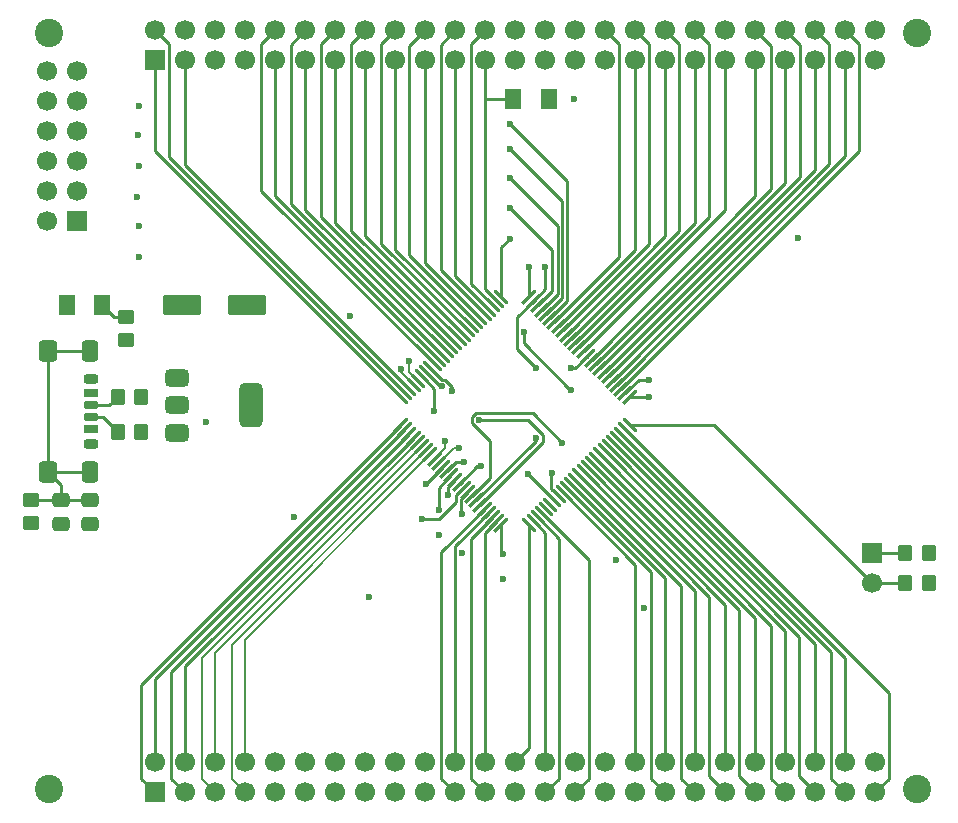
<source format=gbr>
%TF.GenerationSoftware,KiCad,Pcbnew,9.0.1*%
%TF.CreationDate,2025-04-22T02:33:50+03:00*%
%TF.ProjectId,k1921vg015_devboard,6b313932-3176-4673-9031-355f64657662,rev?*%
%TF.SameCoordinates,Original*%
%TF.FileFunction,Copper,L1,Top*%
%TF.FilePolarity,Positive*%
%FSLAX46Y46*%
G04 Gerber Fmt 4.6, Leading zero omitted, Abs format (unit mm)*
G04 Created by KiCad (PCBNEW 9.0.1) date 2025-04-22 02:33:50*
%MOMM*%
%LPD*%
G01*
G04 APERTURE LIST*
G04 Aperture macros list*
%AMRoundRect*
0 Rectangle with rounded corners*
0 $1 Rounding radius*
0 $2 $3 $4 $5 $6 $7 $8 $9 X,Y pos of 4 corners*
0 Add a 4 corners polygon primitive as box body*
4,1,4,$2,$3,$4,$5,$6,$7,$8,$9,$2,$3,0*
0 Add four circle primitives for the rounded corners*
1,1,$1+$1,$2,$3*
1,1,$1+$1,$4,$5*
1,1,$1+$1,$6,$7*
1,1,$1+$1,$8,$9*
0 Add four rect primitives between the rounded corners*
20,1,$1+$1,$2,$3,$4,$5,0*
20,1,$1+$1,$4,$5,$6,$7,0*
20,1,$1+$1,$6,$7,$8,$9,0*
20,1,$1+$1,$8,$9,$2,$3,0*%
G04 Aperture macros list end*
%TA.AperFunction,SMDPad,CuDef*%
%ADD10RoundRect,0.075000X-0.459619X-0.565685X0.565685X0.459619X0.459619X0.565685X-0.565685X-0.459619X0*%
%TD*%
%TA.AperFunction,SMDPad,CuDef*%
%ADD11RoundRect,0.075000X0.459619X-0.565685X0.565685X-0.459619X-0.459619X0.565685X-0.565685X0.459619X0*%
%TD*%
%TA.AperFunction,ComponentPad*%
%ADD12R,1.700000X1.700000*%
%TD*%
%TA.AperFunction,ComponentPad*%
%ADD13C,1.700000*%
%TD*%
%TA.AperFunction,SMDPad,CuDef*%
%ADD14RoundRect,0.250000X-0.475000X0.337500X-0.475000X-0.337500X0.475000X-0.337500X0.475000X0.337500X0*%
%TD*%
%TA.AperFunction,SMDPad,CuDef*%
%ADD15RoundRect,0.250000X0.450000X-0.350000X0.450000X0.350000X-0.450000X0.350000X-0.450000X-0.350000X0*%
%TD*%
%TA.AperFunction,SMDPad,CuDef*%
%ADD16RoundRect,0.250001X-0.462499X-0.624999X0.462499X-0.624999X0.462499X0.624999X-0.462499X0.624999X0*%
%TD*%
%TA.AperFunction,SMDPad,CuDef*%
%ADD17RoundRect,0.250000X0.350000X0.450000X-0.350000X0.450000X-0.350000X-0.450000X0.350000X-0.450000X0*%
%TD*%
%TA.AperFunction,SMDPad,CuDef*%
%ADD18RoundRect,0.250000X-0.350000X-0.450000X0.350000X-0.450000X0.350000X0.450000X-0.350000X0.450000X0*%
%TD*%
%TA.AperFunction,SMDPad,CuDef*%
%ADD19RoundRect,0.175000X-0.425000X0.175000X-0.425000X-0.175000X0.425000X-0.175000X0.425000X0.175000X0*%
%TD*%
%TA.AperFunction,SMDPad,CuDef*%
%ADD20RoundRect,0.190000X0.410000X-0.190000X0.410000X0.190000X-0.410000X0.190000X-0.410000X-0.190000X0*%
%TD*%
%TA.AperFunction,SMDPad,CuDef*%
%ADD21RoundRect,0.200000X0.400000X-0.200000X0.400000X0.200000X-0.400000X0.200000X-0.400000X-0.200000X0*%
%TD*%
%TA.AperFunction,SMDPad,CuDef*%
%ADD22RoundRect,0.175000X0.425000X-0.175000X0.425000X0.175000X-0.425000X0.175000X-0.425000X-0.175000X0*%
%TD*%
%TA.AperFunction,SMDPad,CuDef*%
%ADD23RoundRect,0.190000X-0.410000X0.190000X-0.410000X-0.190000X0.410000X-0.190000X0.410000X0.190000X0*%
%TD*%
%TA.AperFunction,SMDPad,CuDef*%
%ADD24RoundRect,0.200000X-0.400000X0.200000X-0.400000X-0.200000X0.400000X-0.200000X0.400000X0.200000X0*%
%TD*%
%TA.AperFunction,SMDPad,CuDef*%
%ADD25RoundRect,0.250000X-0.425000X0.650000X-0.425000X-0.650000X0.425000X-0.650000X0.425000X0.650000X0*%
%TD*%
%TA.AperFunction,SMDPad,CuDef*%
%ADD26RoundRect,0.250000X-0.500000X0.650000X-0.500000X-0.650000X0.500000X-0.650000X0.500000X0.650000X0*%
%TD*%
%TA.AperFunction,SMDPad,CuDef*%
%ADD27RoundRect,0.250000X1.400000X0.600000X-1.400000X0.600000X-1.400000X-0.600000X1.400000X-0.600000X0*%
%TD*%
%TA.AperFunction,SMDPad,CuDef*%
%ADD28RoundRect,0.375000X-0.625000X-0.375000X0.625000X-0.375000X0.625000X0.375000X-0.625000X0.375000X0*%
%TD*%
%TA.AperFunction,SMDPad,CuDef*%
%ADD29RoundRect,0.500000X-0.500000X-1.400000X0.500000X-1.400000X0.500000X1.400000X-0.500000X1.400000X0*%
%TD*%
%TA.AperFunction,ViaPad*%
%ADD30C,0.600000*%
%TD*%
%TA.AperFunction,ViaPad*%
%ADD31C,2.400000*%
%TD*%
%TA.AperFunction,Conductor*%
%ADD32C,0.250000*%
%TD*%
%TA.AperFunction,Conductor*%
%ADD33C,0.200000*%
%TD*%
G04 APERTURE END LIST*
D10*
%TO.P,D2,1,AT_IN0*%
%TO.N,/AT_IN0*%
X32830315Y-1184404D03*
%TO.P,D2,2,AT_IN1*%
%TO.N,/AT_IN1*%
X33183868Y-1537957D03*
%TO.P,D2,3,AT_IN2*%
%TO.N,/AT_IN2*%
X33537422Y-1891511D03*
%TO.P,D2,4,AT_OUT*%
%TO.N,/AT_OUT*%
X33890975Y-2245064D03*
%TO.P,D2,5,CMP_INN0*%
%TO.N,/CMP_INN0*%
X34244528Y-2598617D03*
%TO.P,D2,6,CMP_INP0*%
%TO.N,/CMP_INP0*%
X34598082Y-2952171D03*
%TO.P,D2,7,CMP_INN1*%
%TO.N,/CMP_INN1*%
X34951635Y-3305724D03*
%TO.P,D2,8,CMP_INP1*%
%TO.N,/CMP_INP1*%
X35305189Y-3659278D03*
%TO.P,D2,9,XI_OSC*%
%TO.N,/OSC_P*%
X35658742Y-4012831D03*
%TO.P,D2,10,XO_OSC*%
%TO.N,/OSC_N*%
X36012295Y-4366384D03*
%TO.P,D2,11,GND1*%
%TO.N,GND*%
X36365849Y-4719938D03*
%TO.P,D2,12,VCC1*%
%TO.N,+3V3*%
X36719402Y-5073491D03*
%TO.P,D2,13,VAON_CAP*%
%TO.N,Net-(D2-VAON_CAP)*%
X37072955Y-5427045D03*
%TO.P,D2,14,V_BAT*%
%TO.N,Net-(D2-V_BAT)*%
X37426509Y-5780598D03*
%TO.P,D2,15,VBAT_CAP*%
%TO.N,Net-(D2-VBAT_CAP)*%
X37780062Y-6134151D03*
%TO.P,D2,16,VCC1*%
%TO.N,+3V3*%
X38133616Y-6487705D03*
%TO.P,D2,17,VCORE_CAP*%
%TO.N,Net-(D2-VCORE_CAP)*%
X38487169Y-6841258D03*
%TO.P,D2,18,AREF*%
%TO.N,AREF*%
X38840722Y-7194811D03*
%TO.P,D2,19,VCC2*%
%TO.N,+3V3(A)*%
X39194276Y-7548365D03*
%TO.P,D2,20,GND2*%
%TO.N,GND(A)*%
X39547829Y-7901918D03*
%TO.P,D2,21,ADC_CH0*%
%TO.N,/ADC_CH0*%
X39901383Y-8255472D03*
%TO.P,D2,22,ADC_CH1*%
%TO.N,/ADC_CH1*%
X40254936Y-8609025D03*
%TO.P,D2,23,ADC_CH2*%
%TO.N,/ADC_CH2*%
X40608489Y-8962578D03*
%TO.P,D2,24,ADC_CH3*%
%TO.N,/ADC_CH3*%
X40962043Y-9316132D03*
%TO.P,D2,25,SDADC_CAP*%
%TO.N,Net-(D2-SDADC_CAP)*%
X41315596Y-9669685D03*
D11*
%TO.P,D2,26,ADC_CH4*%
%TO.N,/ADC_CH4*%
X43684404Y-9669685D03*
%TO.P,D2,27,ADC_CH5*%
%TO.N,/ADC_CH5*%
X44037957Y-9316132D03*
%TO.P,D2,28,ADC_CH6*%
%TO.N,/ADC_CH6*%
X44391511Y-8962578D03*
%TO.P,D2,29,ADC_CH7*%
%TO.N,/ADC_CH7*%
X44745064Y-8609025D03*
%TO.P,D2,30,USB_DP*%
%TO.N,/USB_D+*%
X45098617Y-8255472D03*
%TO.P,D2,31,USB_DN*%
%TO.N,/USB_D-*%
X45452171Y-7901918D03*
%TO.P,D2,32,GND1*%
%TO.N,GND*%
X45805724Y-7548365D03*
%TO.P,D2,33,VCC1*%
%TO.N,+3V3*%
X46159278Y-7194811D03*
%TO.P,D2,34,C0*%
%TO.N,/PC0*%
X46512831Y-6841258D03*
%TO.P,D2,35,C1*%
%TO.N,/PC1*%
X46866384Y-6487705D03*
%TO.P,D2,36,C2*%
%TO.N,/PC2*%
X47219938Y-6134151D03*
%TO.P,D2,37,C3*%
%TO.N,/PC3*%
X47573491Y-5780598D03*
%TO.P,D2,38,C4*%
%TO.N,/PC4*%
X47927045Y-5427045D03*
%TO.P,D2,39,C5*%
%TO.N,/PC5*%
X48280598Y-5073491D03*
%TO.P,D2,40,C6*%
%TO.N,/PC6*%
X48634151Y-4719938D03*
%TO.P,D2,41,C7*%
%TO.N,/PC7*%
X48987705Y-4366384D03*
%TO.P,D2,42,C8*%
%TO.N,/PC8*%
X49341258Y-4012831D03*
%TO.P,D2,43,C9*%
%TO.N,/PC9*%
X49694811Y-3659278D03*
%TO.P,D2,44,C10*%
%TO.N,/PC10*%
X50048365Y-3305724D03*
%TO.P,D2,45,C11*%
%TO.N,/PC11*%
X50401918Y-2952171D03*
%TO.P,D2,46,C12*%
%TO.N,/PC12*%
X50755472Y-2598617D03*
%TO.P,D2,47,C13*%
%TO.N,/PC13*%
X51109025Y-2245064D03*
%TO.P,D2,48,C14*%
%TO.N,/PC14*%
X51462578Y-1891511D03*
%TO.P,D2,49,C15*%
%TO.N,/PC15*%
X51816132Y-1537957D03*
%TO.P,D2,50,SERVEN*%
%TO.N,/SERVEN*%
X52169685Y-1184404D03*
D10*
%TO.P,D2,51,VCC1*%
%TO.N,+3V3*%
X52169685Y1184404D03*
%TO.P,D2,52,GND1*%
%TO.N,GND*%
X51816132Y1537957D03*
%TO.P,D2,53,B0*%
%TO.N,/PB0*%
X51462578Y1891511D03*
%TO.P,D2,54,B1*%
%TO.N,/PB1*%
X51109025Y2245064D03*
%TO.P,D2,55,B2*%
%TO.N,/PB2*%
X50755472Y2598617D03*
%TO.P,D2,56,B3*%
%TO.N,/PB3*%
X50401918Y2952171D03*
%TO.P,D2,57,B4*%
%TO.N,/PB4*%
X50048365Y3305724D03*
%TO.P,D2,58,B5*%
%TO.N,/PB5*%
X49694811Y3659278D03*
%TO.P,D2,59,B6*%
%TO.N,/PB6*%
X49341258Y4012831D03*
%TO.P,D2,60,B7*%
%TO.N,/PB7*%
X48987705Y4366384D03*
%TO.P,D2,61,VCC1*%
%TO.N,+3V3*%
X48634151Y4719938D03*
%TO.P,D2,62,B8*%
%TO.N,/PB8*%
X48280598Y5073491D03*
%TO.P,D2,63,B9*%
%TO.N,/PB9*%
X47927045Y5427045D03*
%TO.P,D2,64,B10*%
%TO.N,/PB10*%
X47573491Y5780598D03*
%TO.P,D2,65,B11*%
%TO.N,/PB11*%
X47219938Y6134151D03*
%TO.P,D2,66,B12*%
%TO.N,/PB12*%
X46866384Y6487705D03*
%TO.P,D2,67,B13*%
%TO.N,/PB13*%
X46512831Y6841258D03*
%TO.P,D2,68,B14*%
%TO.N,/PB14*%
X46159278Y7194811D03*
%TO.P,D2,69,B15*%
%TO.N,/PB15*%
X45805724Y7548365D03*
%TO.P,D2,70,TMS*%
%TO.N,/TMS*%
X45452171Y7901918D03*
%TO.P,D2,71,TDO*%
%TO.N,/TDO*%
X45098617Y8255472D03*
%TO.P,D2,72,TDI*%
%TO.N,/TDI*%
X44745064Y8609025D03*
%TO.P,D2,73,TCK*%
%TO.N,/TCK*%
X44391511Y8962578D03*
%TO.P,D2,74,GND1*%
%TO.N,GND*%
X44037957Y9316132D03*
%TO.P,D2,75,VCC1*%
%TO.N,+3V3*%
X43684404Y9669685D03*
D11*
%TO.P,D2,76,TRST*%
%TO.N,/TRST*%
X41315596Y9669685D03*
%TO.P,D2,77,A0*%
%TO.N,/PA0*%
X40962043Y9316132D03*
%TO.P,D2,78,A1*%
%TO.N,/PA1*%
X40608489Y8962578D03*
%TO.P,D2,79,A2*%
%TO.N,/PA2*%
X40254936Y8609025D03*
%TO.P,D2,80,A3*%
%TO.N,/PA3*%
X39901383Y8255472D03*
%TO.P,D2,81,A4*%
%TO.N,/PA4*%
X39547829Y7901918D03*
%TO.P,D2,82,A5*%
%TO.N,/PA5*%
X39194276Y7548365D03*
%TO.P,D2,83,A6*%
%TO.N,/PA6*%
X38840722Y7194811D03*
%TO.P,D2,84,A7*%
%TO.N,/PA7*%
X38487169Y6841258D03*
%TO.P,D2,85,A8*%
%TO.N,/PA8*%
X38133616Y6487705D03*
%TO.P,D2,86,A9*%
%TO.N,/PA9*%
X37780062Y6134151D03*
%TO.P,D2,87,A10*%
%TO.N,/PA10*%
X37426509Y5780598D03*
%TO.P,D2,88,A11*%
%TO.N,/PA11*%
X37072955Y5427045D03*
%TO.P,D2,89,A12*%
%TO.N,/PA12*%
X36719402Y5073491D03*
%TO.P,D2,90,A13*%
%TO.N,/PA13*%
X36365849Y4719938D03*
%TO.P,D2,91,A14*%
%TO.N,/PA14*%
X36012295Y4366384D03*
%TO.P,D2,92,A15*%
%TO.N,/PA15*%
X35658742Y4012831D03*
%TO.P,D2,93,VCC1*%
%TO.N,+3V3*%
X35305189Y3659278D03*
%TO.P,D2,94,GND1*%
%TO.N,GND*%
X34951635Y3305724D03*
%TO.P,D2,95,RST*%
%TO.N,/RST*%
X34598082Y2952171D03*
%TO.P,D2,96,XO_RTC*%
%TO.N,/RTC_N*%
X34244528Y2598617D03*
%TO.P,D2,97,XI_RTC*%
%TO.N,/RTC_P*%
X33890975Y2245064D03*
%TO.P,D2,98,WAKEUP2*%
%TO.N,/WAKEUP2*%
X33537422Y1891511D03*
%TO.P,D2,99,WAKEUP1*%
%TO.N,/WAKEUP1*%
X33183868Y1537957D03*
%TO.P,D2,100,WAKEUP0*%
%TO.N,/WAKEUP0*%
X32830315Y1184404D03*
%TD*%
D12*
%TO.P,JTAG,1,Pin_1*%
%TO.N,/RST*%
X5420000Y16080000D03*
D13*
%TO.P,JTAG,2,Pin_2*%
%TO.N,+3V3*%
X2880000Y16080000D03*
%TO.P,JTAG,3,Pin_3*%
%TO.N,/TRST*%
X5420000Y18620000D03*
%TO.P,JTAG,4,Pin_4*%
%TO.N,GND*%
X2880000Y18620000D03*
%TO.P,JTAG,5,Pin_5*%
%TO.N,/TCK*%
X5420000Y21160000D03*
%TO.P,JTAG,6,Pin_6*%
%TO.N,GND*%
X2880000Y21160000D03*
%TO.P,JTAG,7,Pin_7*%
%TO.N,/TDI*%
X5420000Y23700000D03*
%TO.P,JTAG,8,Pin_8*%
%TO.N,GND*%
X2880000Y23700000D03*
%TO.P,JTAG,9,Pin_9*%
%TO.N,/TDO*%
X5420000Y26240000D03*
%TO.P,JTAG,10,Pin_10*%
%TO.N,GND*%
X2880000Y26240000D03*
%TO.P,JTAG,11,Pin_11*%
%TO.N,/TMS*%
X5420000Y28780000D03*
%TO.P,JTAG,12,Pin_12*%
%TO.N,GND*%
X2880000Y28780000D03*
%TD*%
D14*
%TO.P,C7,1*%
%TO.N,Net-(J7-SHIELD)*%
X4000000Y-7500000D03*
%TO.P,C7,2*%
%TO.N,GND*%
X4000000Y-9575000D03*
%TD*%
D15*
%TO.P,R16,1*%
%TO.N,5V*%
X9500000Y6000000D03*
%TO.P,R16,2*%
%TO.N,Net-(D4-A)*%
X9500000Y8000000D03*
%TD*%
D16*
%TO.P,D4,1,K*%
%TO.N,GND*%
X4512500Y9000000D03*
%TO.P,D4,2,A*%
%TO.N,Net-(D4-A)*%
X7487500Y9000000D03*
%TD*%
D17*
%TO.P,R9,1*%
%TO.N,GND*%
X10825000Y-1750000D03*
%TO.P,R9,2*%
%TO.N,Net-(J7-CC2)*%
X8825000Y-1750000D03*
%TD*%
%TO.P,R15,1*%
%TO.N,GND*%
X77500000Y-14565000D03*
%TO.P,R15,2*%
%TO.N,/SERVEN*%
X75500000Y-14565000D03*
%TD*%
%TO.P,R8,1*%
%TO.N,GND*%
X10825000Y1225000D03*
%TO.P,R8,2*%
%TO.N,Net-(J7-CC1)*%
X8825000Y1225000D03*
%TD*%
D18*
%TO.P,R1,1*%
%TO.N,Net-(J4-Pin_1)*%
X75500000Y-12025000D03*
%TO.P,R1,2*%
%TO.N,+3V3*%
X77500000Y-12025000D03*
%TD*%
D12*
%TO.P,J2,1,Pin_1*%
%TO.N,/WAKEUP0*%
X12020000Y29725000D03*
D13*
%TO.P,J2,2,Pin_2*%
%TO.N,/WAKEUP1*%
X12020000Y32265000D03*
%TO.P,J2,3,Pin_3*%
%TO.N,/WAKEUP2*%
X14560000Y29725000D03*
%TO.P,J2,4,Pin_4*%
%TO.N,unconnected-(J2-Pin_4-Pad4)*%
X14560000Y32265000D03*
%TO.P,J2,5,Pin_5*%
%TO.N,5V*%
X17100000Y29725000D03*
%TO.P,J2,6,Pin_6*%
%TO.N,GND*%
X17100000Y32265000D03*
%TO.P,J2,7,Pin_7*%
%TO.N,+3V3*%
X19640000Y29725000D03*
%TO.P,J2,8,Pin_8*%
%TO.N,GND*%
X19640000Y32265000D03*
%TO.P,J2,9,Pin_9*%
%TO.N,/PA14*%
X22180000Y29725000D03*
%TO.P,J2,10,Pin_10*%
%TO.N,/PA15*%
X22180000Y32265000D03*
%TO.P,J2,11,Pin_11*%
%TO.N,/PA12*%
X24720000Y29725000D03*
%TO.P,J2,12,Pin_12*%
%TO.N,/PA13*%
X24720000Y32265000D03*
%TO.P,J2,13,Pin_13*%
%TO.N,/PA10*%
X27260000Y29725000D03*
%TO.P,J2,14,Pin_14*%
%TO.N,/PA11*%
X27260000Y32265000D03*
%TO.P,J2,15,Pin_15*%
%TO.N,/PA8*%
X29800000Y29725000D03*
%TO.P,J2,16,Pin_16*%
%TO.N,/PA9*%
X29800000Y32265000D03*
%TO.P,J2,17,Pin_17*%
%TO.N,/PA6*%
X32340000Y29725000D03*
%TO.P,J2,18,Pin_18*%
%TO.N,/PA7*%
X32340000Y32265000D03*
%TO.P,J2,19,Pin_19*%
%TO.N,/PA4*%
X34880000Y29725000D03*
%TO.P,J2,20,Pin_20*%
%TO.N,/PA5*%
X34880000Y32265000D03*
%TO.P,J2,21,Pin_21*%
%TO.N,/PA2*%
X37420000Y29725000D03*
%TO.P,J2,22,Pin_22*%
%TO.N,/PA3*%
X37420000Y32265000D03*
%TO.P,J2,23,Pin_23*%
%TO.N,/PA0*%
X39960000Y29725000D03*
%TO.P,J2,24,Pin_24*%
%TO.N,/PA1*%
X39960000Y32265000D03*
%TO.P,J2,25,Pin_25*%
%TO.N,unconnected-(J2-Pin_25-Pad25)*%
X42500000Y29725000D03*
%TO.P,J2,26,Pin_26*%
%TO.N,unconnected-(J2-Pin_26-Pad26)*%
X42500000Y32265000D03*
%TO.P,J2,27,Pin_27*%
%TO.N,unconnected-(J2-Pin_27-Pad27)*%
X45040000Y29725000D03*
%TO.P,J2,28,Pin_28*%
%TO.N,unconnected-(J2-Pin_28-Pad28)*%
X45040000Y32265000D03*
%TO.P,J2,29,Pin_29*%
%TO.N,unconnected-(J2-Pin_29-Pad29)*%
X47580000Y29725000D03*
%TO.P,J2,30,Pin_30*%
%TO.N,unconnected-(J2-Pin_30-Pad30)*%
X47580000Y32265000D03*
%TO.P,J2,31,Pin_31*%
%TO.N,unconnected-(J2-Pin_31-Pad31)*%
X50120000Y29725000D03*
%TO.P,J2,32,Pin_32*%
%TO.N,/PB15*%
X50120000Y32265000D03*
%TO.P,J2,33,Pin_33*%
%TO.N,/PB14*%
X52660000Y29725000D03*
%TO.P,J2,34,Pin_34*%
%TO.N,/PB13*%
X52660000Y32265000D03*
%TO.P,J2,35,Pin_35*%
%TO.N,/PB12*%
X55200000Y29725000D03*
%TO.P,J2,36,Pin_36*%
%TO.N,/PB11*%
X55200000Y32265000D03*
%TO.P,J2,37,Pin_37*%
%TO.N,/PB10*%
X57740000Y29725000D03*
%TO.P,J2,38,Pin_38*%
%TO.N,/PB9*%
X57740000Y32265000D03*
%TO.P,J2,39,Pin_39*%
%TO.N,/PB8*%
X60280000Y29725000D03*
%TO.P,J2,40,Pin_40*%
%TO.N,unconnected-(J2-Pin_40-Pad40)*%
X60280000Y32265000D03*
%TO.P,J2,41,Pin_41*%
%TO.N,/PB7*%
X62820000Y29725000D03*
%TO.P,J2,42,Pin_42*%
%TO.N,/PB6*%
X62820000Y32265000D03*
%TO.P,J2,43,Pin_43*%
%TO.N,/PB5*%
X65360000Y29725000D03*
%TO.P,J2,44,Pin_44*%
%TO.N,/PB4*%
X65360000Y32265000D03*
%TO.P,J2,45,Pin_45*%
%TO.N,/PB3*%
X67900000Y29725000D03*
%TO.P,J2,46,Pin_46*%
%TO.N,/PB2*%
X67900000Y32265000D03*
%TO.P,J2,47,Pin_47*%
%TO.N,/PB1*%
X70440000Y29725000D03*
%TO.P,J2,48,Pin_48*%
%TO.N,/PB0*%
X70440000Y32265000D03*
%TO.P,J2,49,Pin_49*%
%TO.N,unconnected-(J2-Pin_49-Pad49)*%
X72980000Y29725000D03*
%TO.P,J2,50,Pin_50*%
%TO.N,unconnected-(J2-Pin_50-Pad50)*%
X72980000Y32265000D03*
%TD*%
D12*
%TO.P,SERVEN,1,Pin_1*%
%TO.N,Net-(J4-Pin_1)*%
X72700000Y-12025000D03*
D13*
%TO.P,SERVEN,2,Pin_2*%
%TO.N,/SERVEN*%
X72700000Y-14565000D03*
%TD*%
D14*
%TO.P,C8,1*%
%TO.N,Net-(J7-SHIELD)*%
X6500000Y-7500000D03*
%TO.P,C8,2*%
%TO.N,GND*%
X6500000Y-9575000D03*
%TD*%
D19*
%TO.P,J7,A5,CC1*%
%TO.N,Net-(J7-CC1)*%
X6532500Y500000D03*
D20*
%TO.P,J7,A9,VBUS*%
%TO.N,5V*%
X6532500Y-1520000D03*
D21*
%TO.P,J7,A12,GND*%
%TO.N,GND*%
X6532500Y-2750000D03*
D22*
%TO.P,J7,B5,CC2*%
%TO.N,Net-(J7-CC2)*%
X6532500Y-500000D03*
D23*
%TO.P,J7,B9,VBUS*%
%TO.N,5V*%
X6532500Y1520000D03*
D24*
%TO.P,J7,B12,GND*%
%TO.N,GND*%
X6532500Y2750000D03*
D25*
%TO.P,J7,S1,SHIELD*%
%TO.N,Net-(J7-SHIELD)*%
X6477500Y5125000D03*
D26*
X2897500Y5125000D03*
D25*
X6477500Y-5125000D03*
D26*
X2897500Y-5125000D03*
%TD*%
D16*
%TO.P,D5,1,K*%
%TO.N,/PA0*%
X42337500Y26423000D03*
%TO.P,D5,2,A*%
%TO.N,Net-(D5-A)*%
X45312500Y26423000D03*
%TD*%
D27*
%TO.P,D3,1,K*%
%TO.N,+3V3*%
X19750000Y9000000D03*
%TO.P,D3,2,A*%
%TO.N,GND*%
X14250000Y9000000D03*
%TD*%
D28*
%TO.P,U1,1,GND*%
%TO.N,GND*%
X13850000Y2800000D03*
%TO.P,U1,2,VO*%
%TO.N,+3V3*%
X13850000Y500000D03*
D29*
X20150000Y500000D03*
D28*
%TO.P,U1,3,VI*%
%TO.N,5V*%
X13850000Y-1800000D03*
%TD*%
D15*
%TO.P,R10,1*%
%TO.N,GND*%
X1500000Y-9500000D03*
%TO.P,R10,2*%
%TO.N,Net-(J7-SHIELD)*%
X1500000Y-7500000D03*
%TD*%
D12*
%TO.P,J1,1,Pin_1*%
%TO.N,/AT_IN0*%
X12020000Y-32275000D03*
D13*
%TO.P,J1,2,Pin_2*%
%TO.N,/AT_IN1*%
X12020000Y-29735000D03*
%TO.P,J1,3,Pin_3*%
%TO.N,/AT_IN2*%
X14560000Y-32275000D03*
%TO.P,J1,4,Pin_4*%
%TO.N,/AT_OUT*%
X14560000Y-29735000D03*
%TO.P,J1,5,Pin_5*%
%TO.N,/CMP_INN0*%
X17100000Y-32275000D03*
%TO.P,J1,6,Pin_6*%
%TO.N,/CMP_INP0*%
X17100000Y-29735000D03*
%TO.P,J1,7,Pin_7*%
%TO.N,/CMP_INN1*%
X19640000Y-32275000D03*
%TO.P,J1,8,Pin_8*%
%TO.N,/CMP_INP1*%
X19640000Y-29735000D03*
%TO.P,J1,9,Pin_9*%
%TO.N,unconnected-(J1-Pin_9-Pad9)*%
X22180000Y-32275000D03*
%TO.P,J1,10,Pin_10*%
%TO.N,unconnected-(J1-Pin_10-Pad10)*%
X22180000Y-29735000D03*
%TO.P,J1,11,Pin_11*%
%TO.N,unconnected-(J1-Pin_11-Pad11)*%
X24720000Y-32275000D03*
%TO.P,J1,12,Pin_12*%
%TO.N,unconnected-(J1-Pin_12-Pad12)*%
X24720000Y-29735000D03*
%TO.P,J1,13,Pin_13*%
%TO.N,unconnected-(J1-Pin_13-Pad13)*%
X27260000Y-32275000D03*
%TO.P,J1,14,Pin_14*%
%TO.N,unconnected-(J1-Pin_14-Pad14)*%
X27260000Y-29735000D03*
%TO.P,J1,15,Pin_15*%
%TO.N,unconnected-(J1-Pin_15-Pad15)*%
X29800000Y-32275000D03*
%TO.P,J1,16,Pin_16*%
%TO.N,unconnected-(J1-Pin_16-Pad16)*%
X29800000Y-29735000D03*
%TO.P,J1,17,Pin_17*%
%TO.N,unconnected-(J1-Pin_17-Pad17)*%
X32340000Y-32275000D03*
%TO.P,J1,18,Pin_18*%
%TO.N,unconnected-(J1-Pin_18-Pad18)*%
X32340000Y-29735000D03*
%TO.P,J1,19,Pin_19*%
%TO.N,unconnected-(J1-Pin_19-Pad19)*%
X34880000Y-32275000D03*
%TO.P,J1,20,Pin_20*%
%TO.N,unconnected-(J1-Pin_20-Pad20)*%
X34880000Y-29735000D03*
%TO.P,J1,21,Pin_21*%
%TO.N,/ADC_CH0*%
X37420000Y-32275000D03*
%TO.P,J1,22,Pin_22*%
%TO.N,/ADC_CH1*%
X37420000Y-29735000D03*
%TO.P,J1,23,Pin_23*%
%TO.N,/ADC_CH2*%
X39960000Y-32275000D03*
%TO.P,J1,24,Pin_24*%
%TO.N,/ADC_CH3*%
X39960000Y-29735000D03*
%TO.P,J1,25,Pin_25*%
%TO.N,unconnected-(J1-Pin_25-Pad25)*%
X42500000Y-32275000D03*
%TO.P,J1,26,Pin_26*%
%TO.N,/ADC_CH4*%
X42500000Y-29735000D03*
%TO.P,J1,27,Pin_27*%
%TO.N,/ADC_CH6*%
X45040000Y-32275000D03*
%TO.P,J1,28,Pin_28*%
%TO.N,/ADC_CH5*%
X45040000Y-29735000D03*
%TO.P,J1,29,Pin_29*%
%TO.N,/ADC_CH7*%
X47580000Y-32275000D03*
%TO.P,J1,30,Pin_30*%
%TO.N,unconnected-(J1-Pin_30-Pad30)*%
X47580000Y-29735000D03*
%TO.P,J1,31,Pin_31*%
%TO.N,unconnected-(J1-Pin_31-Pad31)*%
X50120000Y-32275000D03*
%TO.P,J1,32,Pin_32*%
%TO.N,unconnected-(J1-Pin_32-Pad32)*%
X50120000Y-29735000D03*
%TO.P,J1,33,Pin_33*%
%TO.N,unconnected-(J1-Pin_33-Pad33)*%
X52660000Y-32275000D03*
%TO.P,J1,34,Pin_34*%
%TO.N,/PC0*%
X52660000Y-29735000D03*
%TO.P,J1,35,Pin_35*%
%TO.N,/PC1*%
X55200000Y-32275000D03*
%TO.P,J1,36,Pin_36*%
%TO.N,/PC2*%
X55200000Y-29735000D03*
%TO.P,J1,37,Pin_37*%
%TO.N,/PC3*%
X57740000Y-32275000D03*
%TO.P,J1,38,Pin_38*%
%TO.N,/PC4*%
X57740000Y-29735000D03*
%TO.P,J1,39,Pin_39*%
%TO.N,/PC5*%
X60280000Y-32275000D03*
%TO.P,J1,40,Pin_40*%
%TO.N,/PC6*%
X60280000Y-29735000D03*
%TO.P,J1,41,Pin_41*%
%TO.N,/PC7*%
X62820000Y-32275000D03*
%TO.P,J1,42,Pin_42*%
%TO.N,/PC8*%
X62820000Y-29735000D03*
%TO.P,J1,43,Pin_43*%
%TO.N,/PC9*%
X65360000Y-32275000D03*
%TO.P,J1,44,Pin_44*%
%TO.N,/PC10*%
X65360000Y-29735000D03*
%TO.P,J1,45,Pin_45*%
%TO.N,/PC11*%
X67900000Y-32275000D03*
%TO.P,J1,46,Pin_46*%
%TO.N,/PC12*%
X67900000Y-29735000D03*
%TO.P,J1,47,Pin_47*%
%TO.N,/PC13*%
X70440000Y-32275000D03*
%TO.P,J1,48,Pin_48*%
%TO.N,/PC14*%
X70440000Y-29735000D03*
%TO.P,J1,49,Pin_49*%
%TO.N,/PC15*%
X72980000Y-32275000D03*
%TO.P,J1,50,Pin_50*%
%TO.N,unconnected-(J1-Pin_50-Pad50)*%
X72980000Y-29735000D03*
%TD*%
D30*
%TO.N,GND*%
X34900000Y-6200000D03*
X14200000Y8925000D03*
D31*
X76500000Y32000000D03*
D30*
X77500000Y-14650000D03*
X10875000Y-1800000D03*
X6550000Y-2775000D03*
X43603679Y-5346321D03*
X28475000Y8025000D03*
X23725000Y-8925000D03*
X6500000Y-9600000D03*
X36275000Y2100000D03*
X4000000Y-9575000D03*
X10675000Y15675000D03*
X10900000Y1150000D03*
X6550000Y2725000D03*
X30116377Y-15733623D03*
X41450000Y-14225000D03*
D31*
X3000000Y-32000000D03*
D30*
X45025000Y12200000D03*
X44250000Y3700000D03*
X36050000Y-10475000D03*
X4500000Y9000000D03*
X10475000Y18175000D03*
X1575000Y-9500000D03*
X51025000Y-12600000D03*
D31*
X3000000Y32000000D03*
D30*
X66400000Y14675000D03*
X16275000Y-900000D03*
D31*
X76500000Y-32000000D03*
D30*
X13850000Y2800000D03*
X53800000Y2650000D03*
X38000000Y-12000000D03*
%TO.N,Net-(D2-VCORE_CAP)*%
X38000000Y-8725000D03*
%TO.N,Net-(D2-VAON_CAP)*%
X36000000Y-8325000D03*
%TO.N,Net-(D2-SDADC_CAP)*%
X41425000Y-12125000D03*
%TO.N,Net-(D2-VBAT_CAP)*%
X39575000Y-4625000D03*
%TO.N,5V*%
X6550000Y-1550000D03*
X6525000Y1525000D03*
X9500000Y6000000D03*
X13850000Y-1875000D03*
%TO.N,+3V3*%
X10600000Y25850000D03*
X53400000Y-16625000D03*
X13850000Y500000D03*
X10550000Y23350000D03*
X19850000Y8950000D03*
X53800000Y1175000D03*
X10625000Y20750000D03*
X43684404Y12190596D03*
X45575000Y-5200000D03*
X20125000Y425000D03*
X10650000Y13075000D03*
X34625000Y-9150000D03*
X47250000Y3675000D03*
X37125000Y1750000D03*
X77575000Y-12000000D03*
X38175000Y-4300000D03*
X47453000Y26423000D03*
%TO.N,GND(A)*%
X43250000Y6675000D03*
X47250000Y1800000D03*
X39425000Y-750000D03*
%TO.N,+3V3(A)*%
X44250000Y-2250000D03*
%TO.N,AREF*%
X46475000Y-2650000D03*
%TO.N,/OSC_N*%
X37760300Y-3089700D03*
%TO.N,/OSC_P*%
X36550000Y-2525000D03*
%TO.N,/RTC_N*%
X33500000Y4250000D03*
%TO.N,/RTC_P*%
X32800000Y3575000D03*
%TO.N,Net-(D2-V_BAT)*%
X36825000Y-7125000D03*
%TO.N,/TMS*%
X42050000Y24300000D03*
%TO.N,/TCK*%
X42050000Y17200000D03*
%TO.N,/TDO*%
X42025000Y22225000D03*
%TO.N,/RST*%
X35650000Y25000D03*
%TO.N,/TDI*%
X42050000Y19750000D03*
%TO.N,/TRST*%
X42050000Y14625000D03*
%TO.N,Net-(D5-A)*%
X45421000Y26423000D03*
%TD*%
D32*
%TO.N,GND*%
X36365849Y-4734151D02*
X34900000Y-6200000D01*
X6532500Y-2750000D02*
X6532500Y-2757500D01*
X44037957Y9316132D02*
X42669000Y7947175D01*
X45050000Y11600000D02*
X45050000Y12175000D01*
X44037957Y9316132D02*
X45050000Y10328175D01*
X10825000Y1225000D02*
X10900000Y1150000D01*
X6532500Y-2757500D02*
X6550000Y-2775000D01*
X45050000Y10328175D02*
X45050000Y11600000D01*
X6532500Y2742500D02*
X6550000Y2725000D01*
X51816132Y1537957D02*
X52928175Y2650000D01*
X34951635Y3305724D02*
X36157359Y2100000D01*
X42669000Y7947175D02*
X42669000Y5281000D01*
X6532500Y2750000D02*
X6532500Y2742500D01*
X14250000Y9000000D02*
X14250000Y8975000D01*
X36157359Y2100000D02*
X36275000Y2100000D01*
X14250000Y8975000D02*
X14200000Y8925000D01*
X52928175Y2650000D02*
X53800000Y2650000D01*
X43603679Y-5346321D02*
X45805724Y-7548365D01*
X77500000Y-14565000D02*
X77500000Y-14650000D01*
X36365849Y-4719938D02*
X36365849Y-4734151D01*
X45050000Y11600000D02*
X45050000Y11675000D01*
X10825000Y-1750000D02*
X10875000Y-1800000D01*
X45050000Y12175000D02*
X45025000Y12200000D01*
X4512500Y9000000D02*
X4500000Y9000000D01*
X42669000Y5281000D02*
X44250000Y3700000D01*
%TO.N,Net-(D2-VCORE_CAP)*%
X37872567Y-8597567D02*
X37872567Y-7455860D01*
X37872567Y-7455860D02*
X38487169Y-6841258D01*
X38000000Y-8725000D02*
X37872567Y-8597567D01*
%TO.N,Net-(D2-VAON_CAP)*%
X36000000Y-6500000D02*
X37072955Y-5427045D01*
X36000000Y-8325000D02*
X36000000Y-6500000D01*
%TO.N,Net-(D2-SDADC_CAP)*%
X41315596Y-12015596D02*
X41315596Y-9669685D01*
X41425000Y-12125000D02*
X41315596Y-12015596D01*
%TO.N,Net-(D2-VBAT_CAP)*%
X39289213Y-4625000D02*
X37780062Y-6134151D01*
X39575000Y-4625000D02*
X39289213Y-4625000D01*
%TO.N,5V*%
X13850000Y-1800000D02*
X13850000Y-1875000D01*
X6532500Y-1532500D02*
X6550000Y-1550000D01*
X6530000Y1520000D02*
X6525000Y1525000D01*
X6532500Y-1520000D02*
X6532500Y-1532500D01*
X6532500Y1520000D02*
X6530000Y1520000D01*
%TO.N,+3V3*%
X52169685Y1184404D02*
X53790596Y1184404D01*
X37494567Y-7652092D02*
X35996659Y-9150000D01*
X19800000Y9000000D02*
X19850000Y8950000D01*
X46159278Y-7194811D02*
X45544676Y-6580209D01*
X48634151Y4719938D02*
X47589213Y3675000D01*
X47589213Y3675000D02*
X47250000Y3675000D01*
X77550000Y-12025000D02*
X77575000Y-12000000D01*
X37125000Y2071659D02*
X37125000Y1750000D01*
X37494567Y-7126754D02*
X37494567Y-7652092D01*
X20150000Y450000D02*
X20125000Y425000D01*
X37492893Y-4300000D02*
X38175000Y-4300000D01*
X19750000Y9000000D02*
X19800000Y9000000D01*
X36515659Y2681000D02*
X37125000Y2071659D01*
X36719402Y-5073491D02*
X37492893Y-4300000D01*
X38133616Y-6487705D02*
X37494567Y-7126754D01*
X35305189Y3659278D02*
X36283467Y2681000D01*
X20150000Y500000D02*
X20150000Y450000D01*
X36283467Y2681000D02*
X36515659Y2681000D01*
X45544676Y-5230324D02*
X45575000Y-5200000D01*
X43675000Y12200000D02*
X43684404Y12190596D01*
X45544676Y-6580209D02*
X45544676Y-5230324D01*
X35996659Y-9150000D02*
X34625000Y-9150000D01*
X43684404Y9669685D02*
X43684404Y12190596D01*
X77500000Y-12025000D02*
X77550000Y-12025000D01*
X53790596Y1184404D02*
X53800000Y1175000D01*
%TO.N,Net-(J7-SHIELD)*%
X4000000Y-7500000D02*
X4000000Y-6227500D01*
X6500000Y-7500000D02*
X4000000Y-7500000D01*
X6477500Y5125000D02*
X2897500Y5125000D01*
X4000000Y-6227500D02*
X2897500Y-5125000D01*
X1500000Y-7500000D02*
X4000000Y-7500000D01*
X2897500Y-5125000D02*
X6477500Y-5125000D01*
X2897500Y5125000D02*
X2897500Y-5125000D01*
%TO.N,GND(A)*%
X44831000Y-2009341D02*
X44831000Y-2618747D01*
X47250000Y1750000D02*
X47250000Y1800000D01*
X39425000Y-750000D02*
X43571659Y-750000D01*
X43250000Y6675000D02*
X43250000Y5750000D01*
X44831000Y-2618747D02*
X39547829Y-7901918D01*
X43250000Y5750000D02*
X47250000Y1750000D01*
X43571659Y-750000D02*
X44831000Y-2009341D01*
%TO.N,+3V3(A)*%
X44250000Y-2250000D02*
X44250000Y-2492641D01*
X44250000Y-2492641D02*
X39194276Y-7548365D01*
%TO.N,AREF*%
X38844000Y-509341D02*
X38844000Y-990659D01*
X38844000Y-990659D02*
X40368205Y-2514864D01*
X40368205Y-5667328D02*
X38840722Y-7194811D01*
X40368205Y-2514864D02*
X40368205Y-5667328D01*
X43994000Y-169000D02*
X39184341Y-169000D01*
X39184341Y-169000D02*
X38844000Y-509341D01*
X46475000Y-2650000D02*
X43994000Y-169000D01*
D33*
%TO.N,/OSC_N*%
X37288979Y-3089700D02*
X36012295Y-4366384D01*
X37760300Y-3089700D02*
X37288979Y-3089700D01*
%TO.N,/OSC_P*%
X36550000Y-2525000D02*
X36550000Y-3121573D01*
X36550000Y-3121573D02*
X35658742Y-4012831D01*
%TO.N,/RTC_N*%
X33500000Y4250000D02*
X33500000Y3343145D01*
X33500000Y3343145D02*
X34244528Y2598617D01*
%TO.N,/RTC_P*%
X32800000Y3336039D02*
X33890975Y2245064D01*
X32800000Y3575000D02*
X32800000Y3336039D01*
D32*
%TO.N,Net-(D2-V_BAT)*%
X36825000Y-7125000D02*
X36811907Y-7111907D01*
X36811907Y-7111907D02*
X36811907Y-6395200D01*
X36811907Y-6395200D02*
X37426509Y-5780598D01*
%TO.N,/AT_IN1*%
X12020000Y-22701825D02*
X12020000Y-29735000D01*
X33183868Y-1537957D02*
X12020000Y-22701825D01*
%TO.N,/PB15*%
X51296000Y31089000D02*
X51296000Y13038641D01*
X50120000Y32265000D02*
X51296000Y31089000D01*
X51296000Y13038641D02*
X45805724Y7548365D01*
%TO.N,/PA0*%
X39960000Y10318175D02*
X39960000Y26423000D01*
X40962043Y9316132D02*
X39960000Y10318175D01*
X42282500Y26423000D02*
X39960000Y26423000D01*
X39960000Y26423000D02*
X39960000Y29725000D01*
%TO.N,/PC11*%
X67900000Y-32275000D02*
X66536000Y-30911000D01*
X66536000Y-19086253D02*
X50401918Y-2952171D01*
X66536000Y-30911000D02*
X66536000Y-19086253D01*
%TO.N,/PC7*%
X61456000Y-30911000D02*
X61456000Y-16834679D01*
X62820000Y-32275000D02*
X61456000Y-30911000D01*
X61456000Y-16834679D02*
X48987705Y-4366384D01*
%TO.N,/PC4*%
X57740000Y-29735000D02*
X57740000Y-15240000D01*
X57740000Y-15240000D02*
X47927045Y-5427045D01*
%TO.N,/TMS*%
X46850000Y9299747D02*
X45452171Y7901918D01*
X42050000Y24300000D02*
X46850000Y19500000D01*
X46850000Y19500000D02*
X46850000Y9299747D01*
%TO.N,/PA6*%
X38840722Y7194811D02*
X32340000Y13695533D01*
X32340000Y13695533D02*
X32340000Y29725000D01*
%TO.N,/PA12*%
X24720000Y17072893D02*
X24720000Y29725000D01*
X36719402Y5073491D02*
X24720000Y17072893D01*
%TO.N,/WAKEUP2*%
X33537422Y1891511D02*
X14560000Y20868933D01*
X14560000Y20868933D02*
X14560000Y29725000D01*
%TO.N,/ADC_CH1*%
X37420000Y-29735000D02*
X37420000Y-11443961D01*
X37420000Y-11443961D02*
X40254936Y-8609025D01*
%TO.N,/PB9*%
X58916000Y16416000D02*
X58916000Y31089000D01*
X47927045Y5427045D02*
X58916000Y16416000D01*
X58916000Y31089000D02*
X57740000Y32265000D01*
%TO.N,/PB4*%
X66600000Y19857359D02*
X66600000Y31025000D01*
X66600000Y31025000D02*
X65360000Y32265000D01*
X50048365Y3305724D02*
X66600000Y19857359D01*
%TO.N,/PA4*%
X34880000Y12569747D02*
X34880000Y29725000D01*
X39547829Y7901918D02*
X34880000Y12569747D01*
%TO.N,/TCK*%
X45625000Y10196067D02*
X45625000Y13625000D01*
X44391511Y8962578D02*
X45625000Y10196067D01*
X45625000Y13625000D02*
X42050000Y17200000D01*
%TO.N,/WAKEUP1*%
X13196000Y31089000D02*
X13196000Y21525825D01*
X13196000Y21525825D02*
X33183868Y1537957D01*
X12020000Y32265000D02*
X13196000Y31089000D01*
%TO.N,/AT_IN0*%
X10844000Y-31099000D02*
X12020000Y-32275000D01*
X32830315Y-1184404D02*
X10844000Y-23170719D01*
X10844000Y-23170719D02*
X10844000Y-31099000D01*
D33*
%TO.N,/CMP_INN0*%
X17100000Y-32275000D02*
X15949000Y-31124000D01*
X15949000Y-31124000D02*
X15949000Y-20894145D01*
X15949000Y-20894145D02*
X34244528Y-2598617D01*
D32*
%TO.N,/PA3*%
X37420000Y32265000D02*
X36200000Y31045000D01*
X36200000Y31045000D02*
X36200000Y11956855D01*
X36200000Y11956855D02*
X39901383Y8255472D01*
%TO.N,/PB12*%
X55200000Y14821321D02*
X46866384Y6487705D01*
X55200000Y29725000D02*
X55200000Y14821321D01*
%TO.N,/PC10*%
X50048365Y-3305724D02*
X65360000Y-18617359D01*
X65360000Y-18617359D02*
X65360000Y-29735000D01*
%TO.N,/TDO*%
X45098617Y8255472D02*
X46472000Y9628855D01*
X46472000Y9628855D02*
X46472000Y17778000D01*
X46472000Y17778000D02*
X42025000Y22225000D01*
%TO.N,/PB3*%
X67900000Y29725000D02*
X67900000Y20416311D01*
X67900000Y20416311D02*
X50435860Y2952171D01*
X50435860Y2952171D02*
X50401918Y2952171D01*
%TO.N,/PB5*%
X65360000Y19324467D02*
X49694811Y3659278D01*
X65360000Y29725000D02*
X65360000Y19324467D01*
%TO.N,/ADC_CH0*%
X36244000Y-11912855D02*
X36244000Y-31099000D01*
X36244000Y-31099000D02*
X37420000Y-32275000D01*
X39901383Y-8255472D02*
X36244000Y-11912855D01*
%TO.N,/PA2*%
X40254936Y8609025D02*
X37420000Y11443961D01*
X37420000Y11443961D02*
X37420000Y29725000D01*
%TO.N,/PC12*%
X67900000Y-19743145D02*
X67900000Y-29735000D01*
X50755472Y-2598617D02*
X67900000Y-19743145D01*
%TO.N,/PA13*%
X24720000Y32265000D02*
X23500000Y31045000D01*
X23500000Y17585787D02*
X36365849Y4719938D01*
X23500000Y31045000D02*
X23500000Y17585787D01*
%TO.N,/AT_OUT*%
X14560000Y-29735000D02*
X14560000Y-21576039D01*
X14560000Y-21576039D02*
X33890975Y-2245064D01*
%TO.N,/RST*%
X35650000Y1900253D02*
X34598082Y2952171D01*
X35650000Y25000D02*
X35650000Y1900253D01*
%TO.N,/PB7*%
X62820000Y29725000D02*
X62820000Y18198679D01*
X62820000Y18198679D02*
X48987705Y4366384D01*
%TO.N,/PB8*%
X60280000Y29725000D02*
X60280000Y17072893D01*
X60280000Y17072893D02*
X48280598Y5073491D01*
%TO.N,/PA10*%
X37426509Y5780598D02*
X27260000Y15947107D01*
X27260000Y15947107D02*
X27260000Y29725000D01*
%TO.N,/PB13*%
X52660000Y32265000D02*
X53836000Y31089000D01*
X53836000Y14164427D02*
X46512831Y6841258D01*
X53836000Y31089000D02*
X53836000Y14164427D01*
%TO.N,/PC14*%
X70440000Y-20868933D02*
X51462578Y-1891511D01*
X70440000Y-29735000D02*
X70440000Y-20868933D01*
%TO.N,/PA5*%
X33516000Y30901000D02*
X33516000Y13226641D01*
X33516000Y13226641D02*
X39194276Y7548365D01*
X34880000Y32265000D02*
X33516000Y30901000D01*
%TO.N,/PC5*%
X58916000Y-30911000D02*
X58916000Y-15708893D01*
X60280000Y-32275000D02*
X58916000Y-30911000D01*
X58916000Y-15708893D02*
X48280598Y-5073491D01*
%TO.N,/PA15*%
X22180000Y32265000D02*
X21004000Y31089000D01*
X21004000Y31089000D02*
X21004000Y18667573D01*
X21004000Y18667573D02*
X35658742Y4012831D01*
%TO.N,/PA14*%
X22180000Y18198679D02*
X22180000Y29725000D01*
X36012295Y4366384D02*
X22180000Y18198679D01*
%TO.N,/ADC_CH2*%
X39960000Y-32275000D02*
X38784000Y-31099000D01*
X38784000Y-31099000D02*
X38784000Y-10787067D01*
X38784000Y-10787067D02*
X40608489Y-8962578D01*
%TO.N,/ADC_CH3*%
X39960000Y-29735000D02*
X39960000Y-10318175D01*
X39960000Y-10318175D02*
X40962043Y-9316132D01*
%TO.N,/TDI*%
X42050000Y19750000D02*
X46094000Y15706000D01*
X46094000Y15706000D02*
X46094000Y9957961D01*
X46094000Y9957961D02*
X44745064Y8609025D01*
%TO.N,/PC0*%
X52660000Y-26500000D02*
X52660000Y-12988427D01*
X52660000Y-12988427D02*
X46512831Y-6841258D01*
X52647500Y-26487500D02*
X52660000Y-26500000D01*
X52660000Y-29735000D02*
X52660000Y-26500000D01*
%TO.N,/PB10*%
X57740000Y15947107D02*
X47573491Y5780598D01*
X57740000Y29725000D02*
X57740000Y15947107D01*
%TO.N,/ADC_CH4*%
X43684404Y-28550596D02*
X43684404Y-9669685D01*
X42500000Y-29735000D02*
X43684404Y-28550596D01*
%TO.N,/PB0*%
X71616000Y22044933D02*
X71616000Y31089000D01*
X51462578Y1891511D02*
X71616000Y22044933D01*
X71616000Y31089000D02*
X70440000Y32265000D01*
%TO.N,/PC9*%
X65360000Y-32275000D02*
X64184000Y-31099000D01*
X64184000Y-31099000D02*
X64184000Y-18148467D01*
X64184000Y-18148467D02*
X49694811Y-3659278D01*
%TO.N,/PB6*%
X49341258Y4012831D02*
X64184000Y18855573D01*
X64184000Y30901000D02*
X62820000Y32265000D01*
X64184000Y18855573D02*
X64184000Y30901000D01*
%TO.N,/PB2*%
X50755472Y2598617D02*
X69076000Y20919145D01*
X69076000Y20919145D02*
X69076000Y31089000D01*
X69076000Y31089000D02*
X67900000Y32265000D01*
D33*
%TO.N,/CMP_INP0*%
X17100000Y-20450253D02*
X34598082Y-2952171D01*
X17100000Y-29735000D02*
X17100000Y-20450253D01*
D32*
%TO.N,/PA11*%
X26084000Y16416000D02*
X37072955Y5427045D01*
X27260000Y32265000D02*
X26084000Y31089000D01*
X26084000Y31089000D02*
X26084000Y16416000D01*
%TO.N,/PB14*%
X52660000Y29725000D02*
X52660000Y13695533D01*
X52660000Y13695533D02*
X46159278Y7194811D01*
%TO.N,/PA9*%
X29800000Y32265000D02*
X28624000Y31089000D01*
X28624000Y15290213D02*
X37780062Y6134151D01*
X28624000Y31089000D02*
X28624000Y15290213D01*
%TO.N,/AT_IN2*%
X13384000Y-31099000D02*
X14560000Y-32275000D01*
X33537422Y-1891511D02*
X13384000Y-22044933D01*
X13384000Y-22044933D02*
X13384000Y-31099000D01*
%TO.N,/PA1*%
X38784000Y31089000D02*
X38784000Y10787067D01*
X38784000Y10787067D02*
X40608489Y8962578D01*
X39960000Y32265000D02*
X38784000Y31089000D01*
%TO.N,/PC8*%
X62820000Y-17491573D02*
X62820000Y-29735000D01*
X49341258Y-4012831D02*
X62820000Y-17491573D01*
%TO.N,/ADC_CH5*%
X45040000Y-10318175D02*
X45040000Y-29735000D01*
X44037957Y-9316132D02*
X45040000Y-10318175D01*
%TO.N,/PC13*%
X69264000Y-20400039D02*
X51109025Y-2245064D01*
X70440000Y-32275000D02*
X69264000Y-31099000D01*
X69264000Y-31099000D02*
X69264000Y-20400039D01*
%TO.N,/ADC_CH7*%
X48756000Y-31099000D02*
X47580000Y-32275000D01*
X44745064Y-8609025D02*
X48756000Y-12619961D01*
X48756000Y-12619961D02*
X48756000Y-31099000D01*
%TO.N,/PC1*%
X54024000Y-31099000D02*
X54024000Y-13645321D01*
X54024000Y-13645321D02*
X46866384Y-6487705D01*
X55200000Y-32275000D02*
X54024000Y-31099000D01*
D33*
%TO.N,/CMP_INN1*%
X18489000Y-31124000D02*
X18489000Y-19768359D01*
X19640000Y-32275000D02*
X18489000Y-31124000D01*
X18489000Y-19768359D02*
X34951635Y-3305724D01*
D32*
%TO.N,/ADC_CH6*%
X46216000Y-10787067D02*
X44391511Y-8962578D01*
X46216000Y-31099000D02*
X46216000Y-10787067D01*
X45040000Y-32275000D02*
X46216000Y-31099000D01*
D33*
%TO.N,/CMP_INP1*%
X19640000Y-29735000D02*
X19640000Y-19324467D01*
X19640000Y-19324467D02*
X35305189Y-3659278D01*
D32*
%TO.N,/PA7*%
X31164000Y31089000D02*
X31164000Y14164427D01*
X32340000Y32265000D02*
X31164000Y31089000D01*
X31164000Y14164427D02*
X38487169Y6841258D01*
%TO.N,/PC2*%
X55200000Y-29735000D02*
X55200000Y-14114213D01*
X55200000Y-14114213D02*
X47219938Y-6134151D01*
%TO.N,/PB1*%
X70440000Y21576039D02*
X51109025Y2245064D01*
X70440000Y29725000D02*
X70440000Y21576039D01*
%TO.N,/WAKEUP0*%
X12020000Y21994719D02*
X12020000Y29725000D01*
X32830315Y1184404D02*
X12020000Y21994719D01*
%TO.N,/PA8*%
X38133616Y6487705D02*
X29800000Y14821321D01*
X29800000Y14821321D02*
X29800000Y29725000D01*
%TO.N,/TRST*%
X42050000Y14625000D02*
X41315596Y13890596D01*
X41315596Y13890596D02*
X41315596Y9669685D01*
%TO.N,/PB11*%
X56376000Y31089000D02*
X55200000Y32265000D01*
X47219938Y6134151D02*
X56376000Y15290213D01*
X56376000Y15290213D02*
X56376000Y31089000D01*
%TO.N,/PC6*%
X48634151Y-4719938D02*
X60280000Y-16365787D01*
X60280000Y-16365787D02*
X60280000Y-29735000D01*
%TO.N,/PC3*%
X56564000Y-31099000D02*
X57740000Y-32275000D01*
X47573491Y-5780598D02*
X56564000Y-14771107D01*
X56564000Y-14771107D02*
X56564000Y-31099000D01*
%TO.N,/PC15*%
X74156000Y-23877825D02*
X74156000Y-31099000D01*
X51816132Y-1537957D02*
X74156000Y-23877825D01*
X74156000Y-31099000D02*
X72980000Y-32275000D01*
%TO.N,Net-(J7-CC2)*%
X7575000Y-500000D02*
X6532500Y-500000D01*
X8825000Y-1750000D02*
X7575000Y-500000D01*
%TO.N,Net-(J7-CC1)*%
X8825000Y1225000D02*
X8100000Y500000D01*
X8100000Y500000D02*
X6532500Y500000D01*
%TO.N,Net-(J4-Pin_1)*%
X72700000Y-12025000D02*
X75500000Y-12025000D01*
%TO.N,/SERVEN*%
X59319404Y-1184404D02*
X72700000Y-14565000D01*
X52169685Y-1184404D02*
X59319404Y-1184404D01*
X75500000Y-14565000D02*
X72700000Y-14565000D01*
%TO.N,Net-(D4-A)*%
X9500000Y8000000D02*
X8487500Y8000000D01*
X8487500Y8000000D02*
X7487500Y9000000D01*
%TO.N,Net-(D5-A)*%
X45257500Y26423000D02*
X45421000Y26423000D01*
%TD*%
M02*

</source>
